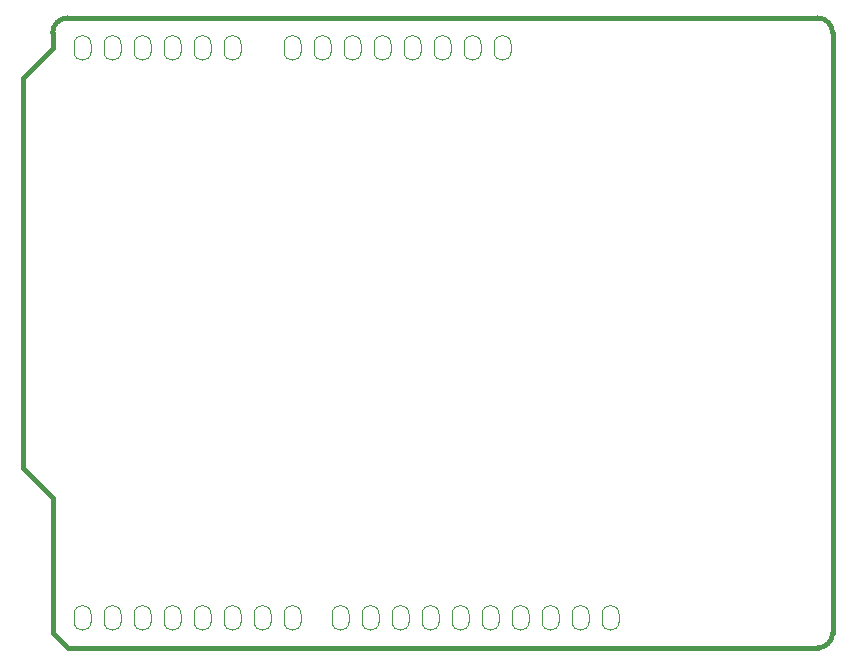
<source format=gbr>
G04 #@! TF.FileFunction,Profile,NP*
%FSLAX46Y46*%
G04 Gerber Fmt 4.6, Leading zero omitted, Abs format (unit mm)*
G04 Created by KiCad (PCBNEW 4.0.7) date 05/29/18 01:17:18*
%MOMM*%
%LPD*%
G01*
G04 APERTURE LIST*
%ADD10C,0.100000*%
%ADD11C,0.381000*%
G04 APERTURE END LIST*
D10*
D11*
X119380000Y-132080000D02*
X182880000Y-132080000D01*
X182880000Y-78740000D02*
X119380000Y-78740000D01*
X115570000Y-83820000D02*
X115570000Y-116840000D01*
X115570000Y-83820000D02*
X118110000Y-81280000D01*
X118110000Y-81280000D02*
X118110000Y-80010000D01*
X118110000Y-130810000D02*
X118110000Y-119380000D01*
X118110000Y-119380000D02*
X115570000Y-116840000D01*
X119380000Y-132080000D02*
X118110000Y-130810000D01*
X182880000Y-132080000D02*
G75*
G03X184150000Y-130810000I0J1270000D01*
G01*
X184150000Y-80010000D02*
X184150000Y-130810000D01*
X184150000Y-80010000D02*
G75*
G03X182880000Y-78740000I-1270000J0D01*
G01*
X119380000Y-78740000D02*
G75*
G03X118110000Y-80010000I0J-1270000D01*
G01*
D10*
X156922000Y-81617820D02*
X156922000Y-80942180D01*
X155498000Y-81617820D02*
X155498000Y-80942180D01*
X156922000Y-80942180D02*
G75*
G03X155498000Y-80942180I-712000J0D01*
G01*
X155498000Y-81617820D02*
G75*
G03X156922000Y-81617820I712000J0D01*
G01*
X154382000Y-81617820D02*
X154382000Y-80942180D01*
X152958000Y-81617820D02*
X152958000Y-80942180D01*
X154382000Y-80942180D02*
G75*
G03X152958000Y-80942180I-712000J0D01*
G01*
X152958000Y-81617820D02*
G75*
G03X154382000Y-81617820I712000J0D01*
G01*
X151842000Y-81617820D02*
X151842000Y-80942180D01*
X150418000Y-81617820D02*
X150418000Y-80942180D01*
X151842000Y-80942180D02*
G75*
G03X150418000Y-80942180I-712000J0D01*
G01*
X150418000Y-81617820D02*
G75*
G03X151842000Y-81617820I712000J0D01*
G01*
X149302000Y-81617820D02*
X149302000Y-80942180D01*
X147878000Y-81617820D02*
X147878000Y-80942180D01*
X149302000Y-80942180D02*
G75*
G03X147878000Y-80942180I-712000J0D01*
G01*
X147878000Y-81617820D02*
G75*
G03X149302000Y-81617820I712000J0D01*
G01*
X146762000Y-81617820D02*
X146762000Y-80942180D01*
X145338000Y-81617820D02*
X145338000Y-80942180D01*
X146762000Y-80942180D02*
G75*
G03X145338000Y-80942180I-712000J0D01*
G01*
X145338000Y-81617820D02*
G75*
G03X146762000Y-81617820I712000J0D01*
G01*
X144222000Y-81617820D02*
X144222000Y-80942180D01*
X142798000Y-81617820D02*
X142798000Y-80942180D01*
X144222000Y-80942180D02*
G75*
G03X142798000Y-80942180I-712000J0D01*
G01*
X142798000Y-81617820D02*
G75*
G03X144222000Y-81617820I712000J0D01*
G01*
X141682000Y-81617820D02*
X141682000Y-80942180D01*
X140258000Y-81617820D02*
X140258000Y-80942180D01*
X141682000Y-80942180D02*
G75*
G03X140258000Y-80942180I-712000J0D01*
G01*
X140258000Y-81617820D02*
G75*
G03X141682000Y-81617820I712000J0D01*
G01*
X139142000Y-81617820D02*
X139142000Y-80942180D01*
X137718000Y-81617820D02*
X137718000Y-80942180D01*
X139142000Y-80942180D02*
G75*
G03X137718000Y-80942180I-712000J0D01*
G01*
X137718000Y-81617820D02*
G75*
G03X139142000Y-81617820I712000J0D01*
G01*
X134062000Y-81617820D02*
X134062000Y-80942180D01*
X132638000Y-81617820D02*
X132638000Y-80942180D01*
X134062000Y-80942180D02*
G75*
G03X132638000Y-80942180I-712000J0D01*
G01*
X132638000Y-81617820D02*
G75*
G03X134062000Y-81617820I712000J0D01*
G01*
X131522000Y-81617820D02*
X131522000Y-80942180D01*
X130098000Y-81617820D02*
X130098000Y-80942180D01*
X131522000Y-80942180D02*
G75*
G03X130098000Y-80942180I-712000J0D01*
G01*
X130098000Y-81617820D02*
G75*
G03X131522000Y-81617820I712000J0D01*
G01*
X128982000Y-81617820D02*
X128982000Y-80942180D01*
X127558000Y-81617820D02*
X127558000Y-80942180D01*
X128982000Y-80942180D02*
G75*
G03X127558000Y-80942180I-712000J0D01*
G01*
X127558000Y-81617820D02*
G75*
G03X128982000Y-81617820I712000J0D01*
G01*
X126442000Y-81617820D02*
X126442000Y-80942180D01*
X125018000Y-81617820D02*
X125018000Y-80942180D01*
X126442000Y-80942180D02*
G75*
G03X125018000Y-80942180I-712000J0D01*
G01*
X125018000Y-81617820D02*
G75*
G03X126442000Y-81617820I712000J0D01*
G01*
X123902000Y-81617820D02*
X123902000Y-80942180D01*
X122478000Y-81617820D02*
X122478000Y-80942180D01*
X123902000Y-80942180D02*
G75*
G03X122478000Y-80942180I-712000J0D01*
G01*
X122478000Y-81617820D02*
G75*
G03X123902000Y-81617820I712000J0D01*
G01*
X121362000Y-81617820D02*
X121362000Y-80942180D01*
X119938000Y-81617820D02*
X119938000Y-80942180D01*
X121362000Y-80942180D02*
G75*
G03X119938000Y-80942180I-712000J0D01*
G01*
X119938000Y-81617820D02*
G75*
G03X121362000Y-81617820I712000J0D01*
G01*
X121362000Y-129876550D02*
X121362000Y-129203450D01*
X119938000Y-129876550D02*
X119938000Y-129203450D01*
X121362000Y-129203450D02*
G75*
G03X119938000Y-129203450I-712000J0D01*
G01*
X119938000Y-129876550D02*
G75*
G03X121362000Y-129876550I712000J0D01*
G01*
X123902000Y-129876550D02*
X123902000Y-129203450D01*
X122478000Y-129876550D02*
X122478000Y-129203450D01*
X123902000Y-129203450D02*
G75*
G03X122478000Y-129203450I-712000J0D01*
G01*
X122478000Y-129876550D02*
G75*
G03X123902000Y-129876550I712000J0D01*
G01*
X126442000Y-129876550D02*
X126442000Y-129203450D01*
X125018000Y-129876550D02*
X125018000Y-129203450D01*
X126442000Y-129203450D02*
G75*
G03X125018000Y-129203450I-712000J0D01*
G01*
X125018000Y-129876550D02*
G75*
G03X126442000Y-129876550I712000J0D01*
G01*
X128982000Y-129876550D02*
X128982000Y-129203450D01*
X127558000Y-129876550D02*
X127558000Y-129203450D01*
X128982000Y-129203450D02*
G75*
G03X127558000Y-129203450I-712000J0D01*
G01*
X127558000Y-129876550D02*
G75*
G03X128982000Y-129876550I712000J0D01*
G01*
X131522000Y-129876550D02*
X131522000Y-129203450D01*
X130098000Y-129876550D02*
X130098000Y-129203450D01*
X131522000Y-129203450D02*
G75*
G03X130098000Y-129203450I-712000J0D01*
G01*
X130098000Y-129876550D02*
G75*
G03X131522000Y-129876550I712000J0D01*
G01*
X134062000Y-129876550D02*
X134062000Y-129203450D01*
X132638000Y-129876550D02*
X132638000Y-129203450D01*
X134062000Y-129203450D02*
G75*
G03X132638000Y-129203450I-712000J0D01*
G01*
X132638000Y-129876550D02*
G75*
G03X134062000Y-129876550I712000J0D01*
G01*
X136602000Y-129876550D02*
X136602000Y-129203450D01*
X135178000Y-129876550D02*
X135178000Y-129203450D01*
X136602000Y-129203450D02*
G75*
G03X135178000Y-129203450I-712000J0D01*
G01*
X135178000Y-129876550D02*
G75*
G03X136602000Y-129876550I712000J0D01*
G01*
X139142000Y-129876550D02*
X139142000Y-129203450D01*
X137718000Y-129876550D02*
X137718000Y-129203450D01*
X139142000Y-129203450D02*
G75*
G03X137718000Y-129203450I-712000J0D01*
G01*
X137718000Y-129876550D02*
G75*
G03X139142000Y-129876550I712000J0D01*
G01*
X143206000Y-129876550D02*
X143206000Y-129203450D01*
X141782000Y-129876550D02*
X141782000Y-129203450D01*
X143206000Y-129203450D02*
G75*
G03X141782000Y-129203450I-712000J0D01*
G01*
X141782000Y-129876550D02*
G75*
G03X143206000Y-129876550I712000J0D01*
G01*
X145746000Y-129876550D02*
X145746000Y-129203450D01*
X144322000Y-129876550D02*
X144322000Y-129203450D01*
X145746000Y-129203450D02*
G75*
G03X144322000Y-129203450I-712000J0D01*
G01*
X144322000Y-129876550D02*
G75*
G03X145746000Y-129876550I712000J0D01*
G01*
X148286000Y-129876550D02*
X148286000Y-129203450D01*
X146862000Y-129876550D02*
X146862000Y-129203450D01*
X148286000Y-129203450D02*
G75*
G03X146862000Y-129203450I-712000J0D01*
G01*
X146862000Y-129876550D02*
G75*
G03X148286000Y-129876550I712000J0D01*
G01*
X150826000Y-129876550D02*
X150826000Y-129203450D01*
X149402000Y-129876550D02*
X149402000Y-129203450D01*
X150826000Y-129203450D02*
G75*
G03X149402000Y-129203450I-712000J0D01*
G01*
X149402000Y-129876550D02*
G75*
G03X150826000Y-129876550I712000J0D01*
G01*
X153366000Y-129876550D02*
X153366000Y-129203450D01*
X151942000Y-129876550D02*
X151942000Y-129203450D01*
X153366000Y-129203450D02*
G75*
G03X151942000Y-129203450I-712000J0D01*
G01*
X151942000Y-129876550D02*
G75*
G03X153366000Y-129876550I712000J0D01*
G01*
X155906000Y-129876550D02*
X155906000Y-129203450D01*
X154482000Y-129876550D02*
X154482000Y-129203450D01*
X155906000Y-129203450D02*
G75*
G03X154482000Y-129203450I-712000J0D01*
G01*
X154482000Y-129876550D02*
G75*
G03X155906000Y-129876550I712000J0D01*
G01*
X158446000Y-129876550D02*
X158446000Y-129203450D01*
X157022000Y-129876550D02*
X157022000Y-129203450D01*
X158446000Y-129203450D02*
G75*
G03X157022000Y-129203450I-712000J0D01*
G01*
X157022000Y-129876550D02*
G75*
G03X158446000Y-129876550I712000J0D01*
G01*
X160983460Y-129876550D02*
X160983460Y-129203450D01*
X159559460Y-129876550D02*
X159559460Y-129203450D01*
X160983460Y-129203450D02*
G75*
G03X159559460Y-129203450I-712000J0D01*
G01*
X159559460Y-129876550D02*
G75*
G03X160983460Y-129876550I712000J0D01*
G01*
X163526000Y-129876550D02*
X163526000Y-129203450D01*
X162102000Y-129876550D02*
X162102000Y-129203450D01*
X163526000Y-129203450D02*
G75*
G03X162102000Y-129203450I-712000J0D01*
G01*
X162102000Y-129876550D02*
G75*
G03X163526000Y-129876550I712000J0D01*
G01*
X166066000Y-129876550D02*
X166066000Y-129203450D01*
X164642000Y-129876550D02*
X164642000Y-129203450D01*
X166066000Y-129203450D02*
G75*
G03X164642000Y-129203450I-712000J0D01*
G01*
X164642000Y-129876550D02*
G75*
G03X166066000Y-129876550I712000J0D01*
G01*
M02*

</source>
